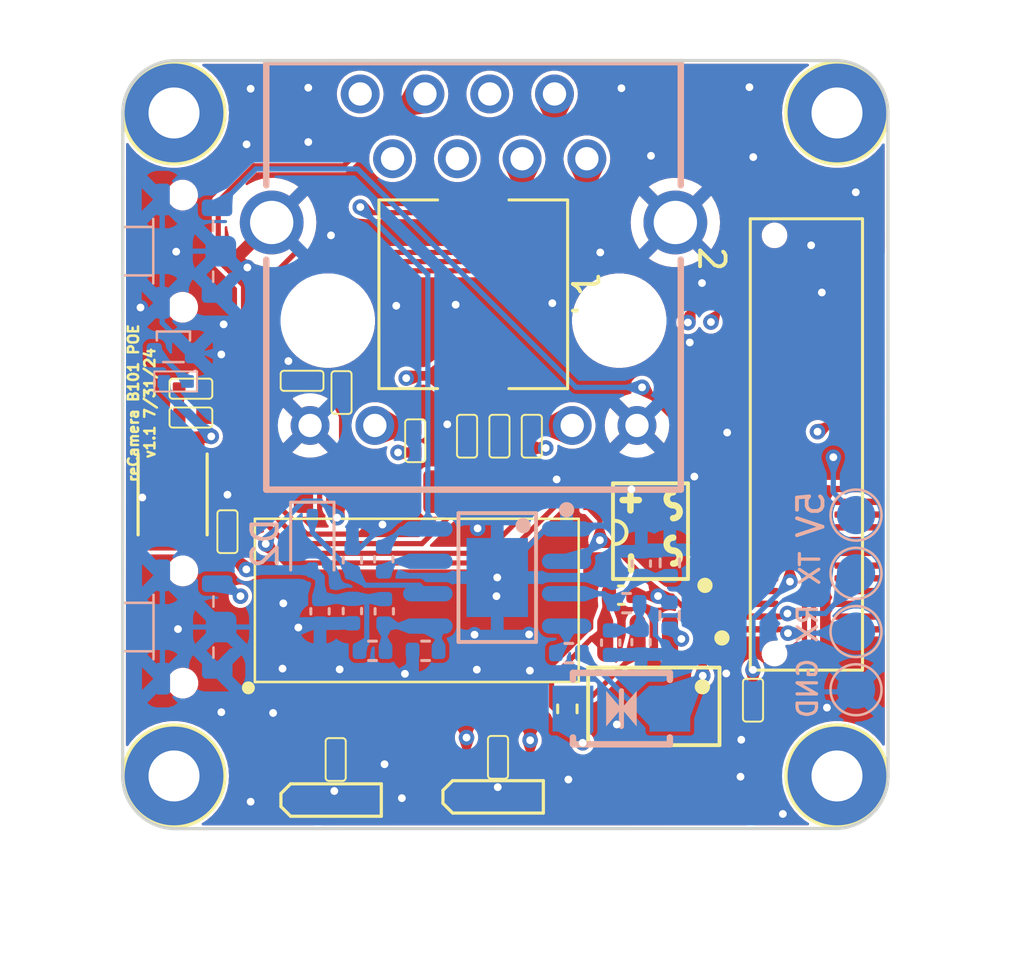
<source format=kicad_pcb>
(kicad_pcb (version 20240108) (generator "pcbnew") (generator_version "8.0")
  (layers (0 "F.Cu" signal) (1 "In1.Cu" signal) (2 "In2.Cu" signal) (31 "B.Cu" signal) (34 "B.Paste" user) (35 "F.Paste" user) (36 "B.SilkS" user "B.Silkscreen") (37 "F.SilkS" user "F.Silkscreen") (38 "B.Mask" user) (39 "F.Mask" user) (44 "Edge.Cuts" user))
  (net 0 "")
  (net 1 "+3V3")
  (net 2 "GND")
  (net 3 "Net-(C3-Pad2)")
  (net 4 "Net-(C4-Pad2)")
  (net 5 "+5V")
  (net 6 "USB_DN")
  (net 7 "USB_DP")
  (net 8 "SDIO_D1{slash}3V3")
  (net 9 "SDIO_D0{slash}3V3")
  (net 10 "SDIO_CLK{slash}3V3")
  (net 11 "SDIO_CMD{slash}3V3")
  (net 12 "SDIO_D3{slash}3V3")
  (net 13 "SDIO_D2{slash}3V3")
  (net 14 "USB_DET")
  (net 15 "DEBUG_UART0_TX")
  (net 16 "GPIO13")
  (net 17 "Net-(D10-+)")
  (net 18 "GPIO12")
  (net 19 "IIC1_SDA")
  (net 20 "IIC2_SCL")
  (net 21 "SDIO_CD{slash}3V3")
  (net 22 "nRESET")
  (net 23 "IIC2_SDA")
  (net 24 "EPHY_TXN")
  (net 25 "EPHY_RXP")
  (net 26 "PWR_WAKEUP1")
  (net 27 "IIC1_SCL")
  (net 28 "EPHY_RXN")
  (net 29 "UPGRAD_KEY{slash}WL_BT_EN")
  (net 30 "DEBUG_UART0_RX")
  (net 31 "EPHY_TXP")
  (net 32 "Net-(C5-Pad2)")
  (net 33 "Net-(C17-Pad2)")
  (net 34 "SD1_CLK")
  (net 35 "SD1_CMD")
  (net 36 "SD1_D0")
  (net 37 "SD1_D1")
  (net 38 "SD1_D2")
  (net 39 "SD1_D3")
  (net 40 "BT_UART1_TX")
  (net 41 "BT_UART1_RX")
  (net 42 "BT_UART1_RTS")
  (net 43 "BT_UART1_CTS")
  (net 49 "SD0_PWR_EN")
  (net 50 "VIN")
  (net 55 "RESERVE1")
  (net 58 "RESERVE2")
  (net 60 "+48V")
  (net 61 "/PHYTXN")
  (net 62 "/PHYTXP")
  (net 63 "/PHYRXP")
  (net 64 "/PHYRXN")
  (net 65 "POE_A2")
  (net 66 "POE_A1")
  (net 68 "Net-(RJ1-G+)")
  (net 71 "Net-(RJ1-Y+)")
  (net 73 "Net-(C10-Pad2)")
  (net 74 "Net-(U3-EN)")
  (net 75 "Net-(D2-K)")
  (net 76 "Net-(U3-BS)")
  (net 77 "Net-(U3-LX)")
  (net 78 "Net-(U3-FB)")
  (net 79 "Net-(U2-CLS)")
  (net 80 "Net-(U2-DET)")
  (net 81 "Net-(U3-RON)")
  (net 85 "GND_POE")
  (footprint "Capacitor_SMD:C0402" (layer "F.Cu") (at 101.21 96.3)
    (property "Reference" "C7" (hide yes))
    (property "Value" "100nF" (hide yes))
  )
  (footprint "Capacitor_SMD:C0402" (layer "F.Cu") (at 105.57 95.99)
    (property "Reference" "R14" (hide yes))
    (property "Value" "75R" (hide yes))
  )
  (footprint "Capacitor_SMD:C0402" (layer "F.Cu") (at 113.3128 98.1528 90)
    (property "Reference" "C5" (hide yes))
    (property "Value" "10nF" (hide yes))
  )
  (footprint "Diode:SOD-323" (layer "F.Cu") (at 106.8955 112.425)
    (property "Reference" "D11" (hide yes))
    (property "Value" "UDD32C03L01" (hide yes))
  )
  (footprint "Connector:BTB60-Male-Female-0.5-17.7x4.4mm" (layer "F.Cu") (at 125.344 98.48 -90)
    (property "Reference" "J1" (hide yes))
    (property "Value" "ST-BTB-058060-A")
  )
  (footprint "Diode:SOD-323" (layer "F.Cu") (at 113.25 112.3)
    (property "Reference" "D12" (hide yes))
    (property "Value" "UDD32C03L01" (hide yes))
  )
  (footprint "Fuse:F1210" (layer "F.Cu") (at 100.49 100.44 -90)
    (property "Reference" "F1" (hide yes))
    (property "Value" "2A")
  )
  (footprint "Capacitor_SMD:C0402" (layer "F.Cu") (at 114.57 98.16 -90)
    (property "Reference" "R12" (hide yes))
    (property "Value" "221" (hide yes))
  )
  (footprint "UM10B:UMB-4_L3.8-W3.6-P2.50-LS4.9-BL" (layer "F.Cu") (at 119.23 101.88 90)
    (property "Reference" "U1" (hide yes))
    (property "Value" "UM10B" (hide yes))
  )
  (footprint "Capacitor:C0402" (layer "F.Cu") (at 106.885 110.835 90)
    (property "Reference" "C3" (hide yes))
    (property "Value" "100nF")
  )
  (footprint "Resistor_SMD:R_0402_1005Metric" (layer "F.Cu") (at 115.97 108.85 90)
    (property "Reference" "R4" (hide yes))
    (property "Value" "1.27k" (hide yes))
  )
  (footprint "Inductor_SMD:L_7.3x7.3_H3.5" (layer "F.Cu") (at 112.28 92.59 -90)
    (property "Reference" "L1")
    (property "Value" "47uH")
  )
  (footprint "Capacitor_SMD:C0402" (layer "F.Cu") (at 101.21 97.43)
    (property "Reference" "C6" (hide yes))
    (property "Value" "10uF" (hide yes))
  )
  (footprint "Capacitor_SMD:C0402" (layer "F.Cu") (at 107.12 96.44 90)
    (property "Reference" "C17" (hide yes))
    (property "Value" "10nF" (hide yes))
  )
  (footprint "Capacitor:C0402" (layer "F.Cu") (at 123.25 108.51 -90)
    (property "Reference" "C9" (hide yes))
    (property "Value" "10pF")
  )
  (footprint "UM10B:SOP-8_L4.9-W3.9-P1.27-LS6.0-BL" (layer "F.Cu") (at 119.36 108.75 180)
    (property "Reference" "U2" (hide yes))
    (property "Value" "XS2100S" (hide yes))
  )
  (footprint "Capacitor_SMD:C0402" (layer "F.Cu") (at 110.01 98.33 90)
    (property "Reference" "R11" (hide yes))
    (property "Value" "221" (hide yes))
  )
  (footprint "Capacitor_SMD:C0402" (layer "F.Cu") (at 112.03 98.16 -90)
    (property "Reference" "R13" (hide yes))
    (property "Value" "75R" (hide yes))
  )
  (footprint "Capacitor_SMD:C_0402_1005Metric" (layer "F.Cu") (at 118.08 104.39 180)
    (property "Reference" "C1" (hide yes))
    (property "Value" "68nF" (hide yes))
  )
  (footprint "Misc:TRF_16p_1d27_12d7x7d15x5d1mm" (layer "F.Cu") (at 110.065 104.595)
    (property "Reference" "T1" (hide yes))
    (property "Value" "KHX1631SR" (hide yes))
  )
  (footprint "Diode_SMD:ESD-0402" (layer "F.Cu") (at 102.64 101.9 90)
    (property "Reference" "D1" (hide yes))
    (property "Value" "ESDPSA0402V05" (hide yes))
  )
  (footprint "Capacitor:C0402" (layer "F.Cu") (at 113.25 110.75 90)
    (property "Reference" "C4" (hide yes))
    (property "Value" "100nF")
  )
  (footprint "Capacitor_SMD:C_0402_1005Metric" (layer "B.Cu") (at 107.54 103.02 -90)
    (property "Reference" "C12" (hide yes))
    (property "Value" "100nF" (hide yes))
  )
  (footprint "Connector:TP" (layer "B.Cu") (at 127.29 105.816666 180)
    (property "Reference" "TP2" (hide yes))
    (property "Value" "Test Point" (hide yes))
  )
  (footprint "Resistor_SMD:R_0402_1005Metric" (layer "B.Cu") (at 116.029 106.663 180)
    (property "Reference" "R8" (hide yes))
    (property "Value" "1M" (hide yes))
  )
  (footprint "Capacitor_SMD:C_0402_1005Metric" (layer "B.Cu") (at 108.77 102.98 90)
    (property "Reference" "C13" (hide yes))
    (property "Value" "100nF" (hide yes))
  )
  (footprint "Capacitor_SMD:C_0402_1005Metric" (layer "B.Cu") (at 107.539 105.013 90)
    (property "Reference" "C16" (hide yes))
    (property "Value" "22uF" (hide yes))
  )
  (footprint "Resistor_SMD:R_0402_1005Metric" (layer "B.Cu") (at 118.289 104.703 180)
    (property "Reference" "R6" (hide yes))
    (property "Value" "270k" (hide yes))
  )
  (footprint "Diode_SMD:D_SOD-323" (layer "B.Cu") (at 105.969 102.3555 -90)
    (property "Reference" "D2")
    (property "Value" "1N4148WS")
  )
  (footprint "Resistor_SMD:R_0402_1005Metric" (layer "B.Cu") (at 119.989 103.123 -90)
    (property "Reference" "R7" (hide yes))
    (property "Value" "75k" (hide yes))
  )
  (footprint "UM10B:SOIC-8_L4.9-W3.9-P1.27-LS6.0-BL-EP" (layer "B.Cu") (at 113.22 103.698 -90)
    (property "Reference" "U3" (hide yes))
    (property "Value" "SY8502FCC" (hide yes))
  )
  (footprint "Capacitor_SMD:C_0402_1005Metric" (layer "B.Cu") (at 106.269 105.023 90)
    (property "Reference" "C15" (hide yes))
    (property "Value" "47uF" (hide yes))
  )
  (footprint "UM10B:SMAF_L3.5-W2.6-LS4.7-BI" (layer "B.Cu") (at 118.09 108.84 180)
    (property "Reference" "D13" (hide yes))
    (property "Value" "SMAFJ58CA" (hide yes))
  )
  (footprint "Capacitor_SMD:C_0402_1005Metric" (layer "B.Cu") (at 118.859 106.233 90)
    (property "Reference" "C10" (hide yes))
    (property "Value" "2.2uF" (hide yes))
  )
  (footprint "Switch:SW5-SMD-4.56X2.3X1.9MM" (layer "B.Cu") (at 100.89 105.64 -90)
    (property "Reference" "K2" (hide yes))
    (property "Value" "TD-1100AP-A4N-D1R" (hide yes))
  )
  (footprint "Diode:LED2-0.6X1.7MM" (layer "B.Cu") (at 100.52 94.9 180)
    (property "Reference" "D10" (hide yes))
    (property "Value" "27-21/GHC-YR1S2M/3C" (hide yes))
  )
  (footprint "Capacitor_SMD:C_0402_1005Metric" (layer "B.Cu") (at 108.789 105.023 90)
    (property "Reference" "C14" (hide yes))
    (property "Value" "100pF" (hide yes))
  )
  (footprint "Resistor_SMD:R_0402_1005Metric" (layer "B.Cu") (at 110.409 106.573)
    (property "Reference" "R10" (hide yes))
    (property "Value" "38k" (hide yes))
  )
  (footprint "Capacitor_SMD:C_0402_1005Metric" (layer "B.Cu") (at 118.869 103.153 -90)
    (property "Reference" "C11" (hide yes))
    (property "Value" "100nF" (hide yes))
  )
  (footprint "Resistor_SMD:R_0402_1005Metric" (layer "B.Cu") (at 119.979 105.183 -90)
    (property "Reference" "R5" (hide yes))
    (property "Value" "24.9k" (hide yes))
  )
  (footprint "Resistor_SMD:R_0402_1005Metric" (layer "B.Cu") (at 108.329 106.573 180)
    (property "Reference" "R9" (hide yes))
    (property "Value" "120k" (hide yes))
  )
  (footprint "Connector:TP" (layer "B.Cu") (at 127.29 108.1 180)
    (property "Reference" "TP3" (hide yes))
    (property "Value" "Test Point" (hide yes))
  )
  (footprint "Switch:SW5-SMD-4.56X2.3X1.9MM" (layer "B.Cu") (at 100.88 90.9 -90)
    (property "Reference" "K1" (hide yes))
    (property "Value" "TD-1100AP-A4N-D1R" (hide yes))
  )
  (footprint "Connector_RJ:R-RJ45S08P-C000" (layer "B.Cu") (at 112.21 91.215 180)
    (property "Reference" "RJ1" (hide yes))
    (property "Value" "~" (hide yes))
  )
  (footprint "Connector:TP" (layer "B.Cu") (at 127.29 103.533333 180)
    (property "Reference" "TP1" (hide yes))
    (property "Value" "Test Point" (hide yes))
  )
  (footprint "Connector:TP" (layer "B.Cu") (at 127.29 101.25 180)
    (property "Reference" "TP4" (hide yes))
    (property "Value" "Test Point" (hide yes))
  )
  (footprint "Resistor:R0402" (layer "B.Cu") (at 100.61 96.01 180)
    (property "Reference" "R1" (hide yes))
    (property "Value" "510R")
  )
  (footprint "Capacitor_SMD:C_0402_1005Metric" (layer "B.Cu") (at 117.669 106.253 90)
    (property "Reference" "C2" (hide yes))
    (property "Value" "2.2uF" (hide yes))
  )
  (gr_circle (center 100.544 111.48) (end 102.544 111.48) (stroke (width 0.127)) (fill none) (layer "F.SilkS"))
  (gr_circle (center 100.544 85.48) (end 102.544 85.48) (stroke (width 0.127)) (fill none) (layer "F.SilkS"))
  (gr_circle (center 126.544 111.48) (end 128.544 111.48) (stroke (width 0.127)) (fill none) (layer "F.SilkS"))
  (gr_circle (center 126.544 85.48) (end 128.544 85.48) (stroke (width 0.127)) (fill none) (layer "F.SilkS"))
  (gr_line (start 100.581868 83.427421) (end 126.467912 83.423988) (stroke (width 0.127)) (layer "Edge.Cuts"))
  (gr_arc (start 98.535856 85.499509) (mid 99.13 84.039999) (end 100.581868 83.427421) (stroke (width 0.127)) (layer "Edge.Cuts"))
  (gr_arc (start 128.546012 111.467912) (mid 127.951868 112.927421) (end 126.5 113.54) (stroke (width 0.127)) (layer "Edge.Cuts"))
  (gr_line (start 126.5 113.54) (end 100.602088 113.546012) (stroke (width 0.127)) (layer "Edge.Cuts"))
  (gr_arc (start 126.467912 83.423988) (mid 127.927421 84.018132) (end 128.54 85.47) (stroke (width 0.127)) (layer "Edge.Cuts"))
  (gr_line (start 98.53 111.5) (end 98.535856 85.499509) (stroke (width 0.127)) (layer "Edge.Cuts"))
  (gr_arc (start 100.602088 113.546012) (mid 99.142578 112.951868) (end 98.53 111.5) (stroke (width 0.127)) (layer "Edge.Cuts"))
  (gr_line (start 128.54 85.47) (end 128.546012 111.467912) (stroke (width 0.127)) (layer "Edge.Cuts"))
  (gr_text "TX" (at 125.93 103.34 90) (layer "B.SilkS") (effects (font (size 0.762 0.762) (thickness 0.127)) (justify bottom mirror)))
  (gr_text "GND" (at 125.84 108.045 90) (layer "B.SilkS") (effects (font (size 0.762 0.762) (thickness 0.127)) (justify bottom mirror)))
  (gr_text "RX" (at 125.84 105.505 90) (layer "B.SilkS") (effects (font (size 0.762 0.762) (thickness 0.127)) (justify bottom mirror)))
  (gr_text "reCamera B101 POE\nv1.1 7/31/24" (at 99.83 96.86 90) (layer "F.SilkS") (effects (font (size 0.4 0.4) (thickness 0.1)) (justify bottom)))
  (via (at 126.544 85.48) (size 4) (drill 2) (layers "F.Cu" "B.Cu") (net 0))
  (via (at 100.544 85.48) (size 4) (drill 2) (layers "F.Cu" "B.Cu") (net 0))
  (via (at 100.544 111.48) (size 4) (drill 2) (layers "F.Cu" "B.Cu") (net 0))
  (via (at 126.544 111.48) (size 4) (drill 2) (layers "F.Cu" "B.Cu") (net 0))
  (segment (start 126.03 97.73) (end 125.78 97.98) (width 0.2032) (layer "F.Cu") (net 1))
  (segment (start 127.344 97.73) (end 126.03 97.73) (width 0.2032) (layer "F.Cu") (net 1))
  (via (at 125.78 97.98) (size 0.6096) (drill 0.3048) (layers "F.Cu" "B.Cu") (net 1))
  (segment (start 123.25 109.6) (end 123.25 108.9725) (width 0.2032) (layer "F.Cu") (net 2))
  (segment (start 117.455 111.432) (end 117.455 110.845) (width 0.2032) (layer "F.Cu") (net 2))
  (segment (start 123.344 93.73) (end 122.444001 93.73) (width 0.2032) (layer "F.Cu") (net 2))
  (segment (start 126.444001 97.23) (end 127.344 97.23) (width 0.2032) (layer "F.Cu") (net 2))
  (segment (start 117.455 109.975) (end 117.47 109.99) (width 0.2032) (layer "F.Cu") (net 2))
  (segment (start 105.1039 96.9589) (end 105.1039 95.9836) (width 0.2032) (layer "F.Cu") (net 2))
  (segment (start 117.47 109.99) (end 117.455 110.005) (width 0.2032) (layer "F.Cu") (net 2))
  (segment (start 126.24 92.23) (end 127.344 92.23) (width 0.2032) (layer "F.Cu") (net 2))
  (segment (start 99.3 100.56) (end 99.37 100.56) (width 0.2032) (layer "F.Cu") (net 2))
  (segment (start 126.11 96.895999) (end 126.444001 97.23) (width 0.2032) (layer "F.Cu") (net 2))
  (segment (start 121.25 92.15) (end 121.33 92.23) (width 0.2032) (layer "F.Cu") (net 2))
  (segment (start 122.455 98.23) (end 122.2375 98.0125) (width 0.1524) (layer "F.Cu") (net 2))
  (segment (start 117.455 110.005) (end 117.455 111.432) (width 0.2032) (layer "F.Cu") (net 2))
  (segment (start 123.344 93.73) (end 124.121488 93.73) (width 0.2032) (layer "F.Cu") (net 2))
  (segment (start 125.95 92.52) (end 126.24 92.23) (width 0.2032) (layer "F.Cu") (net 2))
  (segment (start 122.52 97.73) (end 123.344 97.73) (width 0.2032) (layer "F.Cu") (net 2))
  (segment (start 122.09 104.1916) (end 122.09 107.35) (width 0.2032) (layer "F.Cu") (net 2))
  (segment (start 105.88 97.735) (end 105.1039 96.9589) (width 0.2032) (layer "F.Cu") (net 2))
  (segment (start 123.344 98.23) (end 122.455 98.23) (width 0.1524) (layer "F.Cu") (net 2))
  (segment (start 123.344 104.23) (end 122.43 104.23) (width 0.2032) (layer "F.Cu") (net 2))
  (segment (start 122.2 107.46) (end 122.2408 107.5008) (width 0.2032) (layer "F.Cu") (net 2))
  (segment (start 121.33 92.23) (end 123.344 92.23) (width 0.2032) (layer "F.Cu") (net 2))
  (segment (start 122.09 107.35) (end 122.2 107.46) (width 0.2032) (layer "F.Cu") (net 2))
  (segment (start 122.13 103.57) (end 122.47 103.23) (width 0.2032) (layer "F.Cu") (net 2))
  (segment (start 122.2375 98.0125) (end 122.52 97.73) (width 0.2032) (layer "F.Cu") (net 2))
  (segment (start 126.11 93.895999) (end 126.11 96.895999) (width 0.2032) (layer "F.Cu") (net 2))
  (segment (start 102.06 97.3875) (end 102.0939 97.3536) (width 0.2032) (layer "F.Cu") (net 2))
  (segment (start 102.0939 97.3536) (end 102.0939 96.2236) (width 0.381) (layer "F.Cu") (net 2))
  (segment (start 106.885 112.015) (end 106.83 112.07) (width 0.2032) (layer "F.Cu") (net 2))
  (segment (start 124.121488 92.23) (end 123.344 92.23) (width 0.2032) (layer "F.Cu") (net 2))
  (segment (start 113.24 111.92) (end 113.24 111.91) (width 0.2032) (layer "F.Cu") (net 2))
  (segment (start 122.43 104.23) (end 122.2408 104.0408) (width 0.2032) (layer "F.Cu") (net 2))
  (segment (start 126.11 93.895999) (end 126.444001 94.23) (width 0.2032) (layer "F.Cu") (net 2))
  (segment (start 122.444001 93.73) (end 121.764001 94.41) (width 0.2032) (layer "F.Cu") (net 2))
  (segment (start 123.0225 108.9725) (end 123.25 108.9725) (width 0.2032) (layer "F.Cu") (net 2))
  (segment (start 122.47 103.23) (end 123.344 103.23) (width 0.2032) (layer "F.Cu") (net 2))
  (segment (start 113.25 111.92) (end 113.24 111.92) (width 0.2032) (layer "F.Cu") (net 2))
  (segment (start 111.2639 97.6939) (end 111.26 97.69) (width 0.2032) (layer "F.Cu") (net 2))
  (segment (start 122.2408 107.5008) (end 122.2408 108.1908) (width 0.2032) (layer "F.Cu") (net 2))
  (segment (start 122.2408 104.0408) (end 122.13 103.93) (width 0.2032) (layer "F.Cu") (net 2))
  (segment (start 102.64 101.44) (end 102.64 100.45) (width 0.2032) (layer "F.Cu") (net 2))
  (segment (start 112.0364 97.6939) (end 111.2639 97.6939) (width 0.2032) (layer "F.Cu") (net 2))
  (segment (start 106.885 111.2975) (end 106.885 112.015) (width 0.2032) (layer "F.Cu") (net 2))
  (segment (start 121.764001 94.41) (end 120.79 94.41) (width 0.2032) (layer "F.Cu") (net 2))
  (segment (start 125.95 92.52) (end 126.11 92.68) (width 0.2032) (layer "F.Cu") (net 2))
  (segment (start 126.11 92.68) (end 126.11 93.895999) (width 0.2032) (layer "F.Cu") (net 2))
  (segment (start 113.25 111.2125) (end 113.25 111.92) (width 0.2032) (layer "F.Cu") (net 2))
  (segment (start 122.2408 104.0408) (end 122.09 104.1916) (width 0.2032) (layer "F.Cu") (net 2))
  (segment (start 122.13 103.93) (end 122.13 103.57) (width 0.2032) (layer "F.Cu") (net 2))
  (segment (start 122.2408 108.1908) (end 123.0225 108.9725) (width 0.2032) (layer "F.Cu") (net 2))
  (segment (start 126.444001 94.23) (end 127.344 94.23) (width 0.2032) (layer "F.Cu") (net 2))
  (segment (start 122.79 110.06) (end 123.25 109.6) (width 0.2032) (layer "F.Cu") (net 2))
  (segment (start 113.24 111.91) (end 113.28 111.95) (width 0.2032) (layer "F.Cu") (net 2))
  (via (at 103.39 86.71) (size 0.6096) (drill 0.3048) (layers "F.Cu" "B.Cu") (net 2))
  (via (at 111.26 97.69) (size 0.6096) (drill 0.3048) (layers "F.Cu" "B.Cu") (net 2))
  (via (at 103.42 91.54) (size 0.6096) (drill 0.3048) (layers "F.Cu" "B.Cu") (net 2))
  (via (at 105.03 95.21) (size 0.6096) (drill 0.3048) (layers "F.Cu" "B.Cu") (net 2))
  (via (at 105.81 84.49) (size 0.6096) (drill 0.3048) (layers "F.Cu" "B.Cu") (net 2))
  (via (at 122.76 111.51) (size 0.6096) (drill 0.3048) (layers "F.Cu" "B.Cu") (net 2))
  (via (at 126.15 108.8) (size 0.6096) (drill 0.3048) (layers "F.Cu" "B.Cu") (net 2))
  (via (at 105.81 86.62) (size 0.6096) (drill 0.3048) (layers "F.Cu" "B.Cu") (net 2))
  (via (at 104.83 104.71) (size 0.6096) (drill 0.3048) (layers "F.Cu" "B.Cu") (net 2))
  (via (at 113.24 111.92) (size 0.6096) (drill 0.3048) (layers "F.Cu" "B.Cu") (net 2))
  (via (at 104.8 107.27) (size 0.6096) (drill 0.3048) (layers "F.Cu" "B.Cu") (net 2))
  (via (at 112.45 101.77) (size 0.6096) (drill 0.3048) (layers "F.Cu" "B.Cu") (net 2))
  (via (at 116.01 111.62) (size 0.6096) (drill 0.3048) (layers "F.Cu" "B.Cu") (net 2))
  (via (at 108.72 101.62) (size 0.6096) (drill 0.3048) (layers "F.Cu" "B.Cu") (net 2))
  (via (at 99.3 100.56) (size 0.6096) (drill 0.3048) (layers "F.Cu" "B.Cu") (net 2))
  (via (at 102.64 100.45) (size 0.6096) (drill 0.3048) (layers "F.Cu" "B.Cu") (net 2))
  (via (at 111.59 93) (size 0.6096) (drill 0.3048) (layers "F.Cu" "B.Cu") (net 2))
  (via (at 122.2 107.46) (size 0.6096) (drill 0.3048) (layers "F.Cu" "B.Cu") (net 2))
  (via (at 100.63 90.92) (size 0.6096) (drill 0.3048) (layers "F.Cu" "B.Cu") (net 2))
  (via (at 118.09 84.51) (size 0.6096) (drill 0.3048) (layers "F.Cu" "B.Cu") (net 2))
  (via (at 100.7 105.72) (size 0.6096) (drill 0.3048) (layers "F.Cu" "B.Cu") (net 2))
  (via (at 123.11 84.47) (size 0.6096) (drill 0.3048) (layers "F.Cu" "B.Cu") (net 2))
  (via (at 120.77 94.48) (size 0.6096) (drill 0.3048) (layers "F.Cu" "B.Cu") (net 2))
  (via (at 120.95 99.74) (size 0.6096) (drill 0.3048) (layers "F.Cu" "B.Cu") (net 2))
  (via (at 107.04 107.3) (size 0.6096) (drill 0.3048) (layers "F.Cu" "B.Cu") (net 2))
  (via (at 113.19 104.43) (size 0.6096) (drill 0.3048) (layers "F.Cu" "B.Cu") (net 2))
  (via (at 112.42 107.31) (size 0.6096) (drill 0.3048) (layers "F.Cu" "B.Cu") (net 2))
  (via (at 117.91 109.46) (size 0.6096) (drill 0.3048) (layers "F.Cu" "B.Cu") (net 2))
  (via (at 115.55 99.85) (size 0.6096) (drill 0.3048) (layers "F.Cu" "B.Cu") (net 2))
  (via (at 109.26 93.04) (size 0.6096) (drill 0.3048) (layers "F.Cu" "B.Cu") (net 2))
  (via (at 108.8 111.02) (size 0.6096) (drill 0.3048) (layers "F.Cu" "B.Cu") (net 2))
  (via (at 106.7 90.28) (size 0.6096) (drill 0.3048) (layers "F.Cu" "B.Cu") (net 2))
  (via (at 115.38 92.94) (size 0.6096) (drill 0.3048) (layers "F.Cu" "B.Cu") (net 2))
  (via (at 121.25 92.15) (size 0.6096) (drill 0.3048) (layers "F.Cu" "B.Cu") (net 2))
  (via (at 125.95 92.52) (size 0.6096) (drill 0.3048) (layers "F.Cu" "B.Cu") (net 2))
  (via (at 113.22 103.698) (size 0.6096) (drill 0.3048) (layers "F.Cu" "B.Cu") (net 2))
  (via (at 122.2375 98.0125) (size 0.6096) (drill 0.3048) (layers "F.Cu" "B.Cu") (net 2))
  (via (at 114.47 105.93) (size 0.6096) (drill 0.3048) (layers "F.Cu" "B.Cu") (net 2))
  (via (at 127.28 88.59) (size 0.6096) (drill 0.3048) (layers "F.Cu" "B.Cu") (net 2))
  (via (at 103.55 112.49) (size 0.6096) (drill 0.3048) (layers "F.Cu" "B.Cu") (net 2))
  (via (at 119.25 87.16) (size 0.6096) (drill 0.3048) (layers "F.Cu" "B.Cu") (net 2))
  (via (at 102.4 108.98) (size 0.6096) (drill 0.3048) (layers "F.Cu" "B.Cu") (net 2))
  (via (at 99.23 93.11) (size 0.6096) (drill 0.3048) (layers "F.Cu" "B.Cu") (net 2))
  (via (at 125.53 90.67) (size 0.6096) (drill 0.3048) (layers "F.Cu" "B.Cu") (net 2))
  (via (at 112.33 105.94) (size 0.6096) (drill 0.3048) (layers "F.Cu" "B.Cu") (net 2))
  (via (at 118.48 100.24) (size 0.6096) (drill 0.3048) (layers "F.Cu" "B.Cu") (net 2))
  (via (at 124.42 112.97) (size 0.6096) (drill 0.3048) (layers "F.Cu" "B.Cu") (net 2))
  (via (at 106.83 112.07) (size 0.6096) (drill 0.3048) (layers "F.Cu" "B.Cu") (net 2))
  (via (at 109.6 107.475) (size 0.6096) (drill 0.3048) (layers "F.Cu" "B.Cu") (net 2))
  (via (at 105.42 105.66) (size 0.6096) (drill 0.3048) (layers "F.Cu" "B.Cu") (net 2))
  (via (at 104.43 109.01) (size 0.6096) (drill 0.3048) (layers "F.Cu" "B.Cu") (net 2))
  (via (at 103.55 84.53) (size 0.6096) (drill 0.3048) (layers "F.Cu" "B.Cu") (net 2))
  (via (at 123.26 87.21) (size 0.6096) (drill 0.3048) (layers "F.Cu" "B.Cu") (net 2))
  (via (at 114.5 107.35) (size 0.6096) (drill 0.3048) (layers "F.Cu" "B.Cu") (net 2))
  (via (at 122.79 110.06) (size 0.6096) (drill 0.3048) (layers "F.Cu" "B.Cu") (net 2))
  (via (at 102.4 94.95) (size 0.6096) (drill 0.3048) (layers "F.Cu" "B.Cu") (net 2))
  (via (at 102.49 93.77) (size 0.6096) (drill 0.3048) (layers "F.Cu" "B.Cu") (net 2))
  (via (at 109.48 112.35) (size 0.6096) (drill 0.3048) (layers "F.Cu" "B.Cu") (net 2))
  (via (at 117.26 90.95) (size 0.6096) (drill 0.3048) (layers "F.Cu" "B.Cu") (net 2))
  (segment (start 107.84 102.54) (end 108.72 101.66) (width 0.2032) (layer "B.Cu") (net 2))
  (segment (start 99.2668 102.7918) (end 100.09 103.615) (width 0.2032) (layer "B.Cu") (net 2))
  (segment (start 125.95 92.52) (end 126.1 92.37) (width 0.2032) (layer "B.Cu") (net 2))
  (segment (start 118.839 106.733) (end 118.859 106.713) (width 0.2032) (layer "B.Cu") (net 2))
  (segment (start 122.2375 98.0125) (end 122.17 98.08) (width 0.2032) (layer "B.Cu") (net 2))
  (segment (start 118.859 102.663) (end 118.869 102.673) (width 0.2032) (layer "B.Cu") (net 2))
  (segment (start 108.72 101.62) (end 108.76 101.62) (width 0.2032) (layer "B.Cu") (net 2))
  (segment (start 100.61 90.9) (end 100.53 90.9) (width 0.2032) (layer "B.Cu") (net 2))
  (segment (start 106.132 105.64) (end 106.269 105.503) (width 0.2032) (layer "B.Cu") (net 2))
  (segment (start 100.65 90.9) (end 100.63 90.92) (width 0.2032) (layer "B.Cu") (net 2))
  (segment (start 100.31 90.68) (end 100.08 90.45) (width 0.2032) (layer "B.Cu") (net 2))
  (segment (start 119.006 106.86) (end 118.859 106.713) (width 0.2032) (layer "B.Cu") (net 2))
  (segment (start 125.3225 93.1475) (end 122.9275 93.1475) (width 0.2032) (layer "B.Cu") (net 2))
  (segment (start 102.35 94.9) (end 102.4 94.95) (width 0.2032) (layer "B.Cu") (net 2))
  (segment (start 108.76 101.62) (end 108.75 101.63) (width 0.2032) (layer "B.Cu") (net 2))
  (segment (start 122.79 110.06) (end 123.788421 110.06) (width 0.2032) (layer "B.Cu") (net 2))
  (segment (start 105.44 105.64) (end 106.132 105.64) (width 0.2032) (layer "B.Cu") (net 2))
  (segment (start 102.39 105.64) (end 105.4 105.64) (width 0.2032) (layer "B.Cu") (net 2))
  (segment (start 125.95 92.52) (end 125.3225 93.1475) (width 0.2032) (layer "B.Cu") (net 2))
  (segment (start 122.79 108.171579) (end 121.478421 106.86) (width 0.2032) (layer "B.Cu") (net 2))
  (segment (start 100.08 90.45) (end 100.08 88.875) (width 0.2032) (layer "B.Cu") (net 2))
  (segment (start 109.6 107.475) (end 109.899 107.176) (width 0.2032) (layer "B.Cu") (net 2))
  (segment (start 108.72 101.66) (end 108.72 101.62) (width 0.2032) (layer "B.Cu") (net 2))
  (segment (start 122.12 98.13) (end 122.2375 98.0125) (width 0.2032) (layer "B.Cu") (net 2))
  (segment (start 115.125 101.793) (end 113.22 103.698) (width 0.2032) (layer "B.Cu") (net 2))
  (segment (start 102.39 105.64) (end 100.54 105.64) (width 0.2032) (layer "B.Cu") (net 2))
  (segment (start 126.836 108.18) (end 126.85 108.166) (width 0.2032) (layer "B.Cu") (net 2))
  (segment (start 100.09 103.615) (end 100.09 107.665) (width 0.2032) (layer "B.Cu") (net 2))
  (segment (start 123.788421 110.06) (end 125.668421 108.18) (width 0.2032) (layer "B.Cu") (net 2))
  (segment (start 107.54 102.54) (end 107.84 102.54) (width 0.2032) (layer "B.Cu") (net 2))
  (segment (start 105.4 105.64) (end 105.42 105.66) (width 0.2032) (layer "B.Cu") (net 2))
  (segment (start 102.23 92.6) (end 100.31 90.68) (width 0.2032) (layer "B.Cu") (net 2))
  (segment (start 107.529 105.503) (end 107.539 105.493) (width 0.2032) (layer "B.Cu") (net 2))
  (segment (start 115.941 101.793) (end 115.125 101.793) (width 0.2032) (layer "B.Cu") (net 2))
  (segment (start 99.3 100.56) (end 99.2668 100.5932) (width 0.2032) (layer "B.Cu") (net 2))
  (segment (start 101.27 94.9) (end 102.35 94.9) (width 0.2032) (layer "B.Cu") (net 2))
  (segment (start 99.15 100.41) (end 99.3 100.56) (width 0.2032) (layer "B.Cu") (net 2))
  (segment (start 105.42 105.66) (end 105.44 105.64) (width 0.2032) (layer "B.Cu") (net 2))
  (segment (start 101.27 94.9) (end 100.08 93.71) (width 0.2032) (layer "B.Cu") (net 2))
  (segment (start 102.39 107.19) (end 102.24 107.34) (width 0.2032) (layer "B.Cu") (net 2))
  (segment (start 102.24 107.34) (end 100.7 105.8) (width 0.2032) (layer "B.Cu") (net 2))
  (segment (start 122.945 110.06) (end 123.244 109.761) (width 0.2032) (layer "B.Cu") (net 2))
  (segment (start 119.929 102.673) (end 119.989 102.613) (width 0.2032) (layer "B.Cu") (net 2))
  (segment (start 122.79 110.06) (end 122.79 108.171579) (width 0.2032) (layer "B.Cu") (net 2))
  (segment (start 100.08 88.875) (end 100.08 92.925) (width 0.2032) (layer "B.Cu") (net 2))
  (segment (start 102.38 90.9) (end 100.65 90.9) (width 0.2032) (layer "B.Cu") (net 2))
  (segment (start 109.899 107.176) (end 109.899 106.573) (width 0.2032) (layer "B.Cu") (net 2))
  (segment (start 122.17 98.08) (end 122.17 98.14) (width 0.2032) (layer "B.Cu") (net 2))
  (segment (start 100.54 105.64) (end 100.09 105.19) (width 0.2032) (layer "B.Cu") (net 2))
  (segment (start 99.2668 100.5932) (end 99.2668 102.7918) (width 0.2032) (layer "B.Cu") (net 2))
  (segment (start 100.7 105.8) (end 100.7 105.72) (width 0.2032) (layer "B.Cu") (net 2))
  (segment (start 122.12 98.19) (end 122.12 98.13) (width 0.2032) (layer "B.Cu") (net 2))
  (segment (start 117.669 106.733) (end 118.839 106.733) (width 0.2032) (layer "B.Cu") (net 2))
  (segment (start 118.869 102.673) (end 119.929 102.673) (width 0.2032) (layer "B.Cu") (net 2))
  (segment (start 99.15 93.855) (end 99.15 100.41) (width 0.2032) (layer "B.Cu") (net 2))
  (segment (start 100.09 105.19) (end 100.09 103.615) (width 0.2032) (layer "B.Cu") (net 2))
  (segment (start 113.22 102.33) (end 113.22 103.698) (width 0.2032) (layer "B.Cu") (net 2))
  (segment (start 121.478421 106.86) (end 119.006 106.86) (width 0.2032) (layer "B.Cu") (net 2))
  (segment (start 106.269 105.503) (end 107.529 105.503) (width 0.2032) (layer "B.Cu") (net 2))
  (segment (start 115.941 101.793) (end 116.819 101.793) (width 0.2032) (layer "B.Cu") (net 2))
  (segment (start 100.08 92.925) (end 99.15 93.855) (width 0.2032) (layer "B.Cu") (net 2))
  (segment (start 121.93 92.15) (end 121.25 92.15) (width 0.2032) (layer "B.Cu") (net 2))
  (segment (start 100.7 105.72) (end 100.62 105.72) (width 0.2032) (layer "B.Cu") (net 2))
  (segment (start 100.62 105.72) (end 100.54 105.64) (width 0.2032) (layer "B.Cu") (net 2))
  (segment (start 100.08 93.71) (end 100.08 92.925) (width 0.2032) (layer "B.Cu") (net 2))
  (segment (start 125.668421 108.18) (end 126.836 108.18) (width 0.2032) (layer "B.Cu") (net 2))
  (segment (start 100.63 90.92) (end 100.61 90.9) (width 0.2032) (layer "B.Cu") (net 2))
  (segment (start 122.9275 93.1475) (end 121.93 92.15) (width 0.2032) (layer "B.Cu") (net 2))
  (segment (start 100.53 90.9) (end 100.31 90.68) (width 0.2032) (layer "B.Cu") (net 2))
  (segment (start 122.79 110.06) (end 122.945 110.06) (width 0.2032) (layer "B.Cu") (net 2))
  (segment (start 106.885 108.865) (end 106.89 108.86) (width 0.2032) (layer "F.Cu") (net 3))
  (segment (start 106.885 110.3725) (end 106.885 108.865) (width 0.2032) (layer "F.Cu") (net 3))
  (segment (start 113.24 108.86) (end 113.24 110.3475) (width 0.2032) (layer "F.Cu") (net 4))
  (segment (start 113.24 110.3475) (end 113.245 110.3525) (width 0.2032) (layer "F.Cu") (net 4))
  (segment (start 100.49 102.04) (end 102.315 102.04) (width 0.381) (layer "F.Cu") (net 5))
  (segment (start 102.64 102.365) (end 102.64 102.64) (width 0.381) (layer "F.Cu") (net 5))
  (segment (start 102.315 102.04) (end 102.64 102.365) (width 0.381) (layer "F.Cu") (net 5))
  (segment (start 109.65 95.88) (end 109.74 95.79) (width 0.381) (layer "F.Cu") (net 5))
  (segment (start 109.74 95.79) (end 112.28 95.79) (width 0.381) (layer "F.Cu") (net 5))
  (segment (start 102.64 102.64) (end 103.38 103.38) (width 0.381) (layer "F.Cu") (net 5))
  (via (at 103.38 103.38) (size 0.6096) (drill 0.3048) (layers "F.Cu" "B.Cu") (net 5))
  (via (at 109.65 95.88) (size 0.6096) (drill 0.3048) (layers "F.Cu" "B.Cu") (net 5))
  (segment (start 107.539 104.533) (end 108.15 104.533) (width 0.381) (layer "B.Cu") (net 5))
  (segment (start 107.819 106.573) (end 108.103 106.289) (width 0.2032) (layer "B.Cu") (net 5))
  (segment (start 106.269 104.543) (end 106.269 103.7055) (width 0.381) (layer "B.Cu") (net 5))
  (segment (start 108.103 106.289) (end 108.103 104.58) (width 0.2032) (layer "B.Cu") (net 5))
  (segment (start 106.269 104.543) (end 107.529 104.543) (width 0.381) (layer "B.Cu") (net 5))
  (segment (start 105.969 103.4055) (end 103.4055 103.4055) (width 0.381) (layer "B.Cu") (net 5))
  (segment (start 108.15 104.533) (end 108.779 104.533) (width 0.381) (layer "B.Cu") (net 5))
  (segment (start 108.103 104.58) (end 108.15 104.533) (width 0.2032) (layer "B.Cu") (net 5))
  (segment (start 108.779 104.533) (end 108.789 104.543) (width 0.2032) (layer "B.Cu") (net 5))
  (segment (start 106.269 103.7055) (end 105.969 103.4055) (width 0.381) (layer "B.Cu") (net 5))
  (segment (start 107.529 104.543) (end 107.539 104.533) (width 0.2032) (layer "B.Cu") (net 5))
  (segment (start 103.4055 103.4055) (end 103.38 103.38) (width 0.2032) (layer "B.Cu") (net 5))
  (segment (start 124.6 105.11) (end 124.48 105.23) (width 0.2032) (layer "F.Cu") (net 15))
  (segment (start 124.48 105.23) (end 123.344 105.23) (width 0.2032) (layer "F.Cu") (net 15))
  (via (at 124.6 105.11) (size 0.6096) (drill 0.3048) (layers "F.Cu" "B.Cu") (net 15))
  (segment (start 126.89 104.3) (end 126.89 103.1) (width 0.2032) (layer "B.Cu") (net 15))
  (segment (start 124.6 105.11) (end 126.08 105.11) (width 0.2032) (layer "B.Cu") (net 15))
  (segment (start 126.08 105.11) (end 126.89 104.3) (width 0.2032) (layer "B.Cu") (net 15))
  (segment (start 99.9625 94.9) (end 101.0725 96.01) (width 0.2032) (layer "B.Cu") (net 17))
  (segment (start 99.77 94.9) (end 99.9625 94.9) (width 0.2032) (layer "B.Cu") (net 17))
  (segment (start 118.9 96.24) (end 121.89 99.23) (width 0.2032) (layer "F.Cu") (net 22))
  (segment (start 121.89 99.23) (end 123.344 99.23) (width 0.2032) (layer "F.Cu") (net 22))
  (via (at 118.9 96.24) (size 0.6096) (drill 0.3048) (layers "F.Cu" "B.Cu") (net 22))
  (segment (start 103.755201 87.674799) (end 102.23 89.2) (width 0.2032) (layer "B.Cu") (net 22))
  (segment (start 118.9 96.24) (end 116.31 96.24) (width 0.2032) (layer "B.Cu") (net 22))
  (segment (start 116.31 96.24) (end 107.744799 87.674799) (width 0.2032) (layer "B.Cu") (net 22))
  (segment (start 107.744799 87.674799) (end 103.755201 87.674799) (width 0.2032) (layer "B.Cu") (net 22))
  (segment (start 108.0955 112.425) (end 108.0955 112.605) (width 0.2032) (layer "F.Cu") (net 24))
  (segment (start 122.646 112.954) (end 123.778 111.822) (width 0.2032) (layer "F.Cu") (net 24))
  (segment (start 123.778 109.522) (end 125.27 108.03) (width 0.2032) (layer "F.Cu") (net 24))
  (segment (start 123.778 111.822) (end 123.778 109.522) (width 0.2032) (layer "F.Cu") (net 24))
  (segment (start 124.72 98.45) (end 124.72 91.84) (width 0.2032) (layer "F.Cu") (net 24))
  (segment (start 108.16 108.86) (end 108.16 112.5405) (width 0.2032) (layer "F.Cu") (net 24))
  (segment (start 125.27 99) (end 124.72 98.45) (width 0.2032) (layer "F.Cu") (net 24))
  (segment (start 124.61 91.73) (end 123.344 91.73) (width 0.2032) (layer "F.Cu") (net 24))
  (segment (start 123.344 91.73) (end 124.119 91.73) (width 0.2032) (layer "F.Cu") (net 24))
  (segment (start 125.27 108.03) (end 125.27 99) (width 0.2032) (layer "F.Cu") (net 24))
  (segment (start 124.72 91.84) (end 124.61 91.73) (width 0.2032) (layer "F.Cu") (net 24))
  (segment (start 108.16 112.5405) (end 108.0955 112.605) (width 0.2032) (layer "F.Cu") (net 24))
  (segment (start 108.4445 112.954) (end 122.646 112.954) (width 0.2032) (layer "F.Cu") (net 24))
  (segment (start 108.0955 112.605) (end 108.4445 112.954) (width 0.2032) (layer "F.Cu") (net 24))
  (segment (start 112.015 109.975) (end 112.015 112.585) (width 0.2032) (layer "F.Cu") (net 25))
  (segment (start 112.015 108.905) (end 111.97 108.86) (width 0.2032) (layer "F.Cu") (net 25))
  (segment (start 121.35 92.73) (end 120.697253 93.382747) (width 0.25) (layer "F.Cu") (net 25))
  (segment (start 123.344 92.73) (end 121.35 92.73) (width 0.25) (layer "F.Cu") (net 25))
  (segment (start 120.697253 93.382747) (end 120.697253 93.697253) (width 0.25) (layer "F.Cu") (net 25))
  (segment (start 120.697253 93.697253) (end 120.697253 93.571695) (width 0.2032) (layer "F.Cu") (net 25))
  (segment (start 112.015 109.975) (end 112.015 108.905) (width 0.2032) (layer "F.Cu") (net 25))
  (via (at 120.697253 93.697253) (size 0.6096) (drill 0.3048) (layers "F.Cu" "B.Cu") (net 25))
  (via (at 112.015 109.975) (size 0.6096) (drill 0.3048) (layers "F.Cu" "B.Cu") (net 25))
  (segment (start 121.93 93.23) (end 121.6 93.56) (width 0.2032) (layer "F.Cu") (net 28))
  (segment (start 114.51 110.08) (end 114.51 112.49) (width 0.2032) (layer "F.Cu") (net 28))
  (segment (start 121.6 93.56) (end 121.6 93.68) (width 0.2032) (layer "F.Cu") (net 28))
  (segment (start 121.48 93.68) (end 121.54 93.62) (width 0.2032) (layer "F.Cu") (net 28))
  (segment (start 114.51 108.86) (end 114.51 110.08) (width 0.2032) (layer "F.Cu") (net 28))
  (segment (start 123.344 93.23) (end 121.93 93.23) (width 0.2032) (layer "F.Cu") (net 28))
  (segment (start 121.6 93.68) (end 121.48 93.68) (width 0.2032) (layer "F.Cu") (net 28))
  (via (at 121.6 93.68) (size 0.6096) (drill 0.3048) (layers "F.Cu" "B.Cu") (net 28))
  (via (at 114.51 110.08) (size 0.6096) (drill 0.3048) (layers "F.Cu" "B.Cu") (net 28))
  (segment (start 124.69 103.85) (end 124.7 103.86) (width 0.2032) (layer "F.Cu") (net 29))
  (segment (start 124.69 100.176001) (end 124.69 103.85) (width 0.2032) (layer "F.Cu") (net 29))
  (segment (start 123.25 107.32) (end 123.25 108.0475) (width 0.2032) (layer "F.Cu") (net 29))
  (segment (start 124.243999 99.73) (end 124.69 100.176001) (width 0.2032) (layer "F.Cu") (net 29))
  (segment (start 123.19 108) (end 123.244 108.054) (width 0.2032) (layer "F.Cu") (net 29))
  (segment (start 124.7 103.86) (end 124.8 103.89) (width 0.2032) (layer "F.Cu") (net 29))
  (segment (start 123.344 99.73) (end 124.243999 99.73) (width 0.2032) (layer "F.Cu") (net 29))
  (via (at 123.25 107.32) (size 0.6096) (drill 0.3048) (layers "F.Cu" "B.Cu") (net 29))
  (via (at 103.15 104.43) (size 0.6096) (drill 0.3048) (layers "F.Cu" "B.Cu") (net 29))
  (via (at 124.7 103.86) (size 0.6096) (drill 0.3048) (layers "F.Cu" "B.Cu") (net 29))
  (segment (start 124.7 103.86) (end 123.25 105.31) (width 0.2032) (layer "B.Cu") (net 29))
  (segment (start 102.66 103.94) (end 103.15 104.43) (width 0.2032) (layer "B.Cu") (net 29))
  (segment (start 123.25 107.32) (end 123.25 107.33) (width 0.2032) (layer "B.Cu") (net 29))
  (segment (start 123.25 105.31) (end 123.25 107.32) (width 0.2032) (layer "B.Cu") (net 29))
  (segment (start 102.24 103.94) (end 102.66 103.94) (width 0.2032) (layer "B.Cu") (net 29))
  (segment (start 123.344 105.73) (end 124.47 105.73) (width 0.2032) (layer "F.Cu") (net 30))
  (segment (start 124.47 105.73) (end 124.62 105.88) (width 0.2032) (layer "F.Cu") (net 30))
  (via (at 124.62 105.88) (size 0.6096) (drill 0.3048) (layers "F.Cu" "B.Cu") (net 30))
  (segment (start 126.61 105.88) (end 126.89 105.6) (width 0.2032) (layer "B.Cu") (net 30))
  (segment (start 124.62 105.88) (end 126.61 105.88) (width 0.2032) (layer "B.Cu") (net 30))
  (segment (start 105.62 112.5295) (end 105.6955 112.605) (width 0.2032) (layer "F.Cu") (net 31))
  (segment (start 122.947775 113.312225) (end 106.406565 113.316065) (width 0.2032) (layer "F.Cu") (net 31))
  (segment (start 123.344 91.23) (end 124.76 91.23) (width 0.2032) (layer "F.Cu") (net 31))
  (segment (start 125.6256 108.3244) (end 124.17 109.78) (width 0.2032) (layer "F.Cu") (net 31))
  (segment (start 124.17 112.09) (end 122.947775 113.312225) (width 0.2032) (layer "F.Cu") (net 31))
  (segment (start 125.6256 98.6856) (end 125.6256 108.3244) (width 0.2032) (layer "F.Cu") (net 31))
  (segment (start 125.11 98.17) (end 125.6256 98.6856) (width 0.2032) (layer "F.Cu") (net 31))
  (segment (start 105.62 108.86) (end 105.62 112.5295) (width 0.2032) (layer "F.Cu") (net 31))
  (segment (start 106.406565 113.316065) (end 105.6955 112.605) (width 0.2032) (layer "F.Cu") (net 31))
  (segment (start 124.17 109.78) (end 124.17 112.09) (width 0.2032) (layer "F.Cu") (net 31))
  (segment (start 123.344 91.23) (end 124.119 91.23) (width 0.2032) (layer "F.Cu") (net 31))
  (segment (start 124.76 91.23) (end 125.11 91.58) (width 0.2032) (layer "F.Cu") (net 31))
  (segment (start 125.11 91.58) (end 125.11 98.17) (width 0.2032) (layer "F.Cu") (net 31))
  (segment (start 112.0364 98.7389) (end 112.3358 98.7389) (width 0.2032) (layer "F.Cu") (net 32))
  (segment (start 112.3358 98.7389) (end 113.2436 97.8311) (width 0.2032) (layer "F.Cu") (net 32))
  (segment (start 106.0314 95.9811) (end 106.0289 95.9836) (width 0.2032) (layer "F.Cu") (net 33))
  (segment (start 107.1136 95.9811) (end 106.0314 95.9811) (width 0.2032) (layer "F.Cu") (net 33))
  (segment (start 126.4 98.98) (end 126.334 98.98) (width 0.381) (layer "F.Cu") (net 50))
  (segment (start 100.49 98.84) (end 100.49 97.6775) (width 0.381) (layer "F.Cu") (net 50))
  (segment (start 102.005 98.165) (end 101.165 98.165) (width 0.381) (layer "F.Cu") (net 50))
  (segment (start 101.165 98.165) (end 100.49 98.84) (width 0.381) (layer "F.Cu") (net 50))
  (segment (start 100.49 97.6775) (end 100.7439 97.4236) (width 0.381) (layer "F.Cu") (net 50))
  (segment (start 115.12 98.6189) (end 114.5764 98.6189) (width 0.2032) (layer "F.Cu") (net 50))
  (segment (start 109.33 98.7961) (end 110.0036 98.7961) (width 0.2032) (layer "F.Cu") (net 50))
  (segment (start 127.344 99.73) (end 127.95 99.73) (width 0.2032) (layer "F.Cu") (net 50))
  (segment (start 100.7439 97.4236) (end 100.7439 96.2936) (width 0.381) (layer "F.Cu") (net 50))
  (via (at 109.33 98.7961) (size 0.6096) (drill 0.3048) (layers "F.Cu" "B.Cu") (net 50))
  (via (at 115.12 98.6189) (size 0.6096) (drill 0.3048) (layers "F.Cu" "B.Cu") (net 50))
  (via (at 126.4 98.98) (size 0.6096) (drill 0.3048) (layers "F.Cu" "B.Cu") (net 50))
  (via (at 102.005 98.165) (size 0.6096) (drill 0.3048) (layers "F.Cu" "B.Cu") (net 50))
  (segment (start 100.1475 96.3075) (end 100.1475 96.01) (width 0.381) (layer "B.Cu") (net 50))
  (segment (start 126.4 98.98) (end 126.4 100.36) (width 0.2032) (layer "B.Cu") (net 50))
  (segment (start 126.4 100.36) (end 127.29 101.25) (width 0.2032) (layer "B.Cu") (net 50))
  (segment (start 102.005 98.165) (end 100.1475 96.3075) (width 0.381) (layer "B.Cu") (net 50))
  (segment (start 119.525 104.425) (end 120.075 104.425) (width 0.2032) (layer "F.Cu") (net 60))
  (segment (start 117.245 100.782) (end 117.093 100.63) (width 0.2032) (layer "F.Cu") (net 60))
  (segment (start 120.075 104.425) (end 121.265 105.615) (width 0.2032) (layer "F.Cu") (net 60))
  (segment (start 117.245 102.235) (end 117.245 100.782) (width 0.2032) (layer "F.Cu") (net 60))
  (segment (start 119.525 104.2321) (end 117.5279 102.235) (width 0.2032) (layer "F.Cu") (net 60))
  (segment (start 121.265 107.535) (end 121.265 106.068) (width 0.2032) (layer "F.Cu") (net 60))
  (segment (start 119.525 104.425) (end 119.525 104.2321) (width 0.2032) (layer "F.Cu") (net 60))
  (segment (start 117.5279 102.235) (end 117.245 102.235) (width 0.2032) (layer "F.Cu") (net 60))
  (segment (start 119.525 104.425) (end 119.49 104.39) (width 0.2032) (layer "F.Cu") (net 60))
  (segment (start 119.49 104.39) (end 118.56 104.39) (width 0.2032) (layer "F.Cu") (net 60))
  (segment (start 121.28 107.55) (end 121.265 107.535) (width 0.2032) (layer "F.Cu") (net 60))
  (segment (start 121.265 105.615) (end 121.265 106.068) (width 0.2032) (layer "F.Cu") (net 60))
  (via (at 119.525 104.425) (size 0.6096) (drill 0.3048) (layers "F.Cu" "B.Cu") (net 60))
  (via (at 117.245 102.235) (size 0.6096) (drill 0.3048) (layers "F.Cu" "B.Cu") (net 60))
  (via (at 121.28 107.55) (size 0.6096) (drill 0.3048) (layers "F.Cu" "B.Cu") (net 60))
  (segment (start 119.525 104.425) (end 119.731 104.425) (width 0.2032) (layer "B.Cu") (net 60))
  (segment (start 119.93 108.22) (end 120.44 108.22) (width 0.2032) (layer "B.Cu") (net 60))
  (segment (start 121.28 107.55) (end 119.99 108.84) (width 0.2032) (layer "B.Cu") (net 60))
  (segment (start 119.731 104.425) (end 119.979 104.673) (width 0.2032) (layer "B.Cu") (net 60))
  (segment (start 117.245 102.235) (end 116.417 103.063) (width 0.2032) (layer "B.Cu") (net 60))
  (segment (start 116.539 106.663) (end 118.716 108.84) (width 0.2032) (layer "B.Cu") (net 60))
  (segment (start 118.716 108.84) (end 119.99 108.84) (width 0.2032) (layer "B.Cu") (net 60))
  (segment (start 116.417 103.063) (end 115.941 103.063) (width 0.2032) (layer "B.Cu") (net 60))
  (segment (start 113.301052 91.31) (end 105.59 91.31) (width 0.2032) (layer "F.Cu") (net 61))
  (segment (start 104.03 92.87) (end 104.03 100.28) (width 0.2032) (layer "F.Cu") (net 61))
  (segment (start 105.59 91.31) (end 104.03 92.87) (width 0.2032) (layer "F.Cu") (net 61))
  (segment (start 107.3294 101.9956) (end 108.16 101.165) (width 0.2032) (layer "F.Cu") (net 61))
  (segment (start 104.03 100.28) (end 105.7456 101.9956) (width 0.2032) (layer "F.Cu") (net 61))
  (segment (start 115.465 89.146052) (end 113.301052 91.31) (width 0.2032) (layer "F.Cu") (net 61))
  (segment (start 105.7456 101.9956) (end 107.3294 101.9956) (width 0.2032) (layer "F.Cu") (net 61))
  (segment (start 108.16 101.165) (end 108.16 100.33) (width 0.2032) (layer "F.Cu") (net 61))
  (segment (start 115.465 84.735) (end 115.465 89.146052) (width 0.2032) (layer "F.Cu") (net 61))
  (segment (start 104.4544 92.981095) (end 104.4544 99.1644) (width 0.2032) (layer "F.Cu") (net 62))
  (segment (start 116.735 87.275) (end 116.735 89.215) (width 0.2032) (layer "F.Cu") (net 62))
  (segment (start 114.2798 91.6702) (end 105.765295 91.6702) (width 0.2032) (layer "F.Cu") (net 62))
  (segment (start 104.4544 99.1644) (end 105.62 100.33) (width 0.2032) (layer "F.Cu") (net 62))
  (segment (start 116.735 89.215) (end 114.2798 91.6702) (width 0.2032) (layer "F.Cu") (net 62))
  (segment (start 105.765295 91.6702) (end 104.4544 92.981095) (width 0.2032) (layer "F.Cu") (net 62))
  (segment (start 114.195 89.805) (end 113.05 90.95) (width 0.2032) (layer "F.Cu") (net 63))
  (segment (start 105.32 90.95) (end 103.63 92.64) (width 0.2032) (layer "F.Cu") (net 63))
  (segment (start 111.97 100.67) (end 111.97 100.33) (width 0.2032) (layer "F.Cu") (net 63))
  (segment (start 113.05 90.95) (end 105.32 90.95) (width 0.2032) (layer "F.Cu") (net 63))
  (segment (start 110.270622 102.369378) (end 111.97 100.67) (width 0.2032) (layer "F.Cu") (net 63))
  (segment (start 114.195 87.275) (end 114.195 89.805) (width 0.2032) (layer "F.Cu") (net 63))
  (segment (start 103.63 100.424906) (end 105.574472 102.369378) (width 0.2032) (layer "F.Cu") (net 63))
  (segment (start 103.63 92.64) (end 103.63 100.424906) (width 0.2032) (layer "F.Cu") (net 63))
  (segment (start 105.574472 102.369378) (end 110.270622 102.369378) (width 0.2032) (layer "F.Cu") (net 63))
  (segment (start 102.28 91.2544) (end 103.27 92.2444) (width 0.2032) (layer "F.Cu") (net 64))
  (segment (start 112.741441 102.748559) (end 114.51 100.98) (width 0.2032) (layer "F.Cu") (net 64))
  (segment (start 103.27 92.2444) (end 103.27 100.7) (width 0.2032) (layer "F.Cu") (net 64))
  (segment (start 103.68 87.55) (end 102.28 88.95) (width 0.2032) (layer "F.Cu") (net 64))
  (segment (start 102.28 88.95) (end 102.28 91.2544) (width 0.2032) (layer "F.Cu") (net 64))
  (segment (start 105.318559 102.748559) (end 112.741441 102.748559) (width 0.2032) (layer "F.Cu") (net 64))
  (segment (start 107.21 87.55) (end 103.68 87.55) (width 0.2032) (layer "F.Cu") (net 64))
  (segment (start 110.385 84.735) (end 110.025 84.735) (width 0.2032) (layer "F.Cu") (net 64))
  (segment (start 114.51 100.98) (end 114.51 100.33) (width 0.2032) (layer "F.Cu") (net 64))
  (segment (start 110.025 84.735) (end 107.21 87.55) (width 0.2032) (layer "F.Cu") (net 64))
  (segment (start 103.27 100.7) (end 105.318559 102.748559) (width 0.2032) (layer "F.Cu") (net 64))
  (segment (start 121.367 100.63) (end 120.434 100.63) (width 0.2032) (layer "F.Cu") (net 65))
  (segment (start 113.2436 98.7561) (end 113.2436 100.3264) (width 0.2032) (layer "F.Cu") (net 65))
  (segment (start 113.6896 99.2021) (end 119.0061 99.2021) (width 0.2032) (layer "F.Cu") (net 65))
  (segment (start 120.434 100.63) (end 119.0061 99.2021) (width 0.2032) (layer "F.Cu") (net 65))
  (segment (start 113.2436 100.3264) (end 113.24 100.33) (width 0.2032) (layer "F.Cu") (net 65))
  (segment (start 113.2436 98.7561) (end 113.6896 99.2021) (width 0.2032) (layer "F.Cu") (net 65))
  (segment (start 113.26172 103.12828) (end 104.88828 103.12828) (width 0.2032) (layer "F.Cu") (net 66))
  (segment (start 106.938856 101.348856) (end 107.1136 101.174112) (width 0.2032) (layer "F.Cu") (net 66))
  (segment (start 104.88828 103.12828) (end 104.14 102.38) (width 0.2032) (layer "F.Cu") (net 66))
  (segment (start 121.367 102.237) (end 118.8 99.67) (width 0.2032) (layer "F.Cu") (net 66))
  (segment (start 107.1136 101.174112) (end 107.1136 96.9061) (width 0.2032) (layer "F.Cu") (net 66))
  (segment (start 121.367 103.13) (end 121.367 102.237) (width 0.2032) (layer "F.Cu") (net 66))
  (segment (start 118.8 99.67) (end 116.72 99.67) (width 0.2032) (layer "F.Cu") (net 66))
  (segment (start 116.72 99.67) (end 113.26172 103.12828) (width 0.2032) (layer "F.Cu") (net 66))
  (via (at 106.938856 101.348856) (size 0.6096) (drill 0.3048) (layers "F.Cu" "B.Cu") (net 66))
  (via (at 104.14 102.38) (size 0.6096) (drill 0.3048) (layers "F.Cu" "B.Cu") (net 66))
  (segment (start 106.938856 101.348856) (end 106.29 100.7) (width 0.2032) (layer "B.Cu") (net 66))
  (segment (start 106.29 100.7) (end 105.62 100.7) (width 0.2032) (layer "B.Cu") (net 66))
  (segment (start 104.14 102.18) (end 104.14 102.38) (width 0.2032) (layer "B.Cu") (net 66))
  (segment (start 105.62 100.7) (end 104.14 102.18) (width 0.2032) (layer "B.Cu") (net 66))
  (segment (start 110.0036 97.8711) (end 108.5561 97.8711) (width 0.2032) (layer "F.Cu") (net 68))
  (segment (start 108.5561 97.8711) (end 108.42 97.735) (width 0.2032) (layer "F.Cu") (net 68))
  (segment (start 114.5364 97.8239) (end 116.0711 97.8239) (width 0.2032) (layer "F.Cu") (net 71))
  (segment (start 116.0711 97.8239) (end 116.16 97.735) (width 0.2032) (layer "F.Cu") (net 71))
  (segment (start 118.839 105.773) (end 118.859 105.753) (width 0.2032) (layer "B.Cu") (net 73))
  (segment (start 118.799 104.703) (end 118.799 105.693) (width 0.2032) (layer "B.Cu") (net 73))
  (segment (start 118.799 105.693) (end 118.859 105.753) (width 0.2032) (layer "B.Cu") (net 73))
  (segment (start 117.669 105.773) (end 118.839 105.773) (width 0.2032) (layer "B.Cu") (net 73))
  (segment (start 117.779 104.703) (end 117.799 104.703) (width 0.2032) (layer "B.Cu") (net 74))
  (segment (start 117.799 104.703) (end 118.869 103.633) (width 0.2032) (layer "B.Cu") (net 74))
  (segment (start 119.989 103.633) (end 118.869 103.633) (width 0.2032) (layer "B.Cu") (net 74))
  (segment (start 117.409 104.333) (end 117.779 104.703) (width 0.2032) (layer "B.Cu") (net 74))
  (segment (start 115.941 104.333) (end 117.409 104.333) (width 0.2032) (layer "B.Cu") (net 74))
  (segment (start 107.54 103.5) (end 105.969 101.929) (width 0.2032) (layer "B.Cu") (net 75))
  (segment (start 107.54 103.5) (end 108.04 104) (width 0.2032) (layer "B.Cu") (net 75))
  (segment (start 105.969 101.929) (end 105.969 101.3055) (width 0.2032) (layer "B.Cu") (net 75))
  (segment (start 110.166 104) (end 110.499 104.333) (width 0.2032) (layer "B.Cu") (net 75))
  (segment (start 108.04 104) (end 110.166 104) (width 0.2032) (layer "B.Cu") (net 75))
  (segment (start 110.499 104.333) (end 109.9273 104.333) (width 0.2032) (layer "B.Cu") (net 75))
  (segment (start 110.499 103.063) (end 109.167 103.063) (width 0.2032) (layer "B.Cu") (net 76))
  (segment (start 109.167 103.063) (end 108.77 103.46) (width 0.2032) (layer "B.Cu") (net 76))
  (segment (start 112.28 89.39) (end 108.07 89.39) (width 0.2032) (layer "F.Cu") (net 77))
  (segment (start 108.07 89.39) (end 107.85 89.17) (width 0.2032) (layer "F.Cu") (net 77))
  (via (at 107.85 89.17) (size 0.6096) (drill 0.3048) (layers "F.Cu" "B.Cu") (net 77))
  (segment (start 107.85 89.17) (end 110.499 91.819) (width 0.2032) (layer "B.Cu") (net 77))
  (segment (start 110.499 91.819) (end 110.499 101.793) (width 0.2032) (layer "B.Cu") (net 77))
  (segment (start 110.499 101.793) (end 109.477 101.793) (width 0.2032) (layer "B.Cu") (net 77))
  (segment (start 109.477 101.793) (end 108.77 102.5) (width 0.2032) (layer "B.Cu") (net 77))
  (segment (start 108.789 106.523) (end 108.839 106.573) (width 0.2032) (layer "B.Cu") (net 78))
  (segment (start 110.919 106.573) (end 110.919 106.023) (width 0.2032) (layer "B.Cu") (net 78))
  (segment (start 108.789 105.503) (end 108.789 106.523) (width 0.2032) (layer "B.Cu") (net 78))
  (segment (start 108.889 105.603) (end 108.789 105.503) (width 0.2032) (layer "B.Cu") (net 78))
  (segment (start 110.919 106.023) (end 110.499 105.603) (width 0.2032) (layer "B.Cu") (net 78))
  (segment (start 110.499 105.603) (end 108.889 105.603) (width 0.2032) (layer "B.Cu") (net 78))
  (segment (start 115.97 108.34) (end 116.9587 108.34) (width 0.2032) (layer "F.Cu") (net 79))
  (segment (start 116.9587 108.34) (end 118.725 106.5737) (width 0.2032) (layer "F.Cu") (net 79))
  (segment (start 118.725 106.5737) (end 118.725 106.068) (width 0.2032) (layer "F.Cu") (net 79))
  (segment (start 120.4418 106.1082) (end 120.4016 106.068) (width 0.2032) (layer "F.Cu") (net 80))
  (segment (start 120.4016 106.068) (end 119.995 106.068) (width 0.2032) (layer "F.Cu") (net 80))
  (via (at 120.4418 106.1082) (size 0.6096) (drill 0.3048) (layers "F.Cu" "B.Cu") (net 80))
  (segment (start 120.4418 106.1082) (end 120.0266 105.693) (width 0.2032) (layer "B.Cu") (net 80))
  (segment (start 120.0266 105.693) (end 119.979 105.693) (width 0.2032) (layer "B.Cu") (net 80))
  (segment (start 115.941 105.603) (end 115.941 106.241) (width 0.2032) (layer "B.Cu") (net 81))
  (segment (start 115.941 106.241) (end 115.519 106.663) (width 0.2032) (layer "B.Cu") (net 81))
  (segment (start 117.455 106.068) (end 116.9368 106.068) (width 0.2032) (layer "F.Cu") (net 85))
  (segment (start 115.35 108.74) (end 115.97 109.36) (width 0.2032) (layer "F.Cu") (net 85))
  (segment (start 116.57 109.96) (end 115.97 109.36) (width 0.2032) (layer "F.Cu") (net 85))
  (segment (start 115.35 107.6548) (end 115.35 108.74) (width 0.2032) (layer "F.Cu") (net 85))
  (segment (start 117.6 104.39) (end 117.6 103.637) (width 0.2032) (layer "F.Cu") (net 85))
  (segment (start 117.6 103.637) (end 117.093 103.13) (width 0.2032) (layer "F.Cu") (net 85))
  (segment (start 117.455 104.535) (end 117.6 104.39) (width 0.2032) (layer "F.Cu") (net 85))
  (segment (start 116.57 110.18) (end 116.57 109.96) (width 0.2032) (layer "F.Cu") (net 85))
  (segment (start 117.455 106.068) (end 117.455 104.535) (width 0.2032) (layer "F.Cu") (net 85))
  (segment (start 116.9368 106.068) (end 115.35 107.6548) (width 0.2032) (layer "F.Cu") (net 85))
  (via (at 116.57 110.18) (size 0.6096) (drill 0.3048) (layers "F.Cu" "B.Cu") (net 85))
  (segment (start 116.19 108.84) (end 116.19 109.8) (width 0.2032) (layer "B.Cu") (net 85))
  (segment (start 116.19 109.8) (end 116.57 110.18) (width 0.2032) (layer "B.Cu") (net 85))
  (zone (net 50) (net_name "VIN") (layer "F.Cu") (priority 3) (connect_pads yes (clearance 0.2)) (min_thickness 0.2) (fill yes (thermal_gap 0.2) (thermal_bridge_width 0.2))
    (polygon (pts (xy 128.28 98.08) (xy 128.28 99.87) (xy 125.967 99.87) (xy 125.713 99.663) (xy 125.7 98.65) (xy 126.27 98.08)))
  )
  (zone (net 2) (net_name "GND") (layers "F.Cu" "In1.Cu" "In2.Cu" "B.Cu") (priority 1) (connect_pads (clearance 0.1016)) (min_thickness 0.1016) (fill yes (thermal_gap 0.5) (thermal_bridge_width 0.5))
    (polygon (pts (xy 94.06 81.05) (xy 133.37 81.21) (xy 133.89 118.13) (xy 93.72 118.42)))
  )
)
</source>
